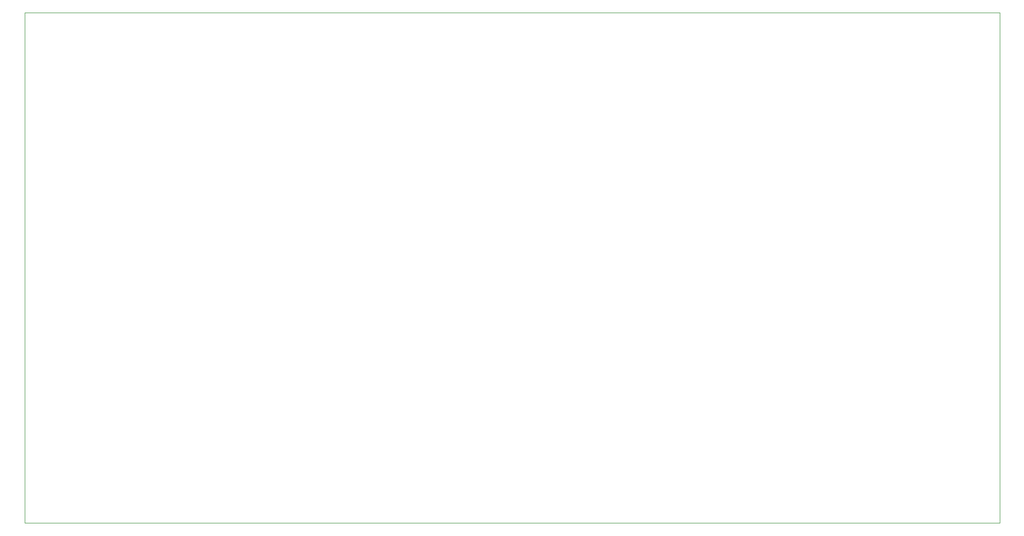
<source format=gbr>
%TF.GenerationSoftware,KiCad,Pcbnew,5.1.10-88a1d61d58~88~ubuntu20.04.1*%
%TF.CreationDate,2021-06-14T22:44:09-04:00*%
%TF.ProjectId,Li-Ion-BatteryPack,4c692d49-6f6e-42d4-9261-747465727950,rev?*%
%TF.SameCoordinates,Original*%
%TF.FileFunction,Profile,NP*%
%FSLAX46Y46*%
G04 Gerber Fmt 4.6, Leading zero omitted, Abs format (unit mm)*
G04 Created by KiCad (PCBNEW 5.1.10-88a1d61d58~88~ubuntu20.04.1) date 2021-06-14 22:44:09*
%MOMM*%
%LPD*%
G01*
G04 APERTURE LIST*
%TA.AperFunction,Profile*%
%ADD10C,0.050000*%
%TD*%
G04 APERTURE END LIST*
D10*
X63500000Y-135520000D02*
X63500000Y-49900000D01*
X227000000Y-135520000D02*
X63500000Y-135520000D01*
X227000000Y-49900000D02*
X227000000Y-135520000D01*
X63500000Y-49900000D02*
X227000000Y-49900000D01*
M02*

</source>
